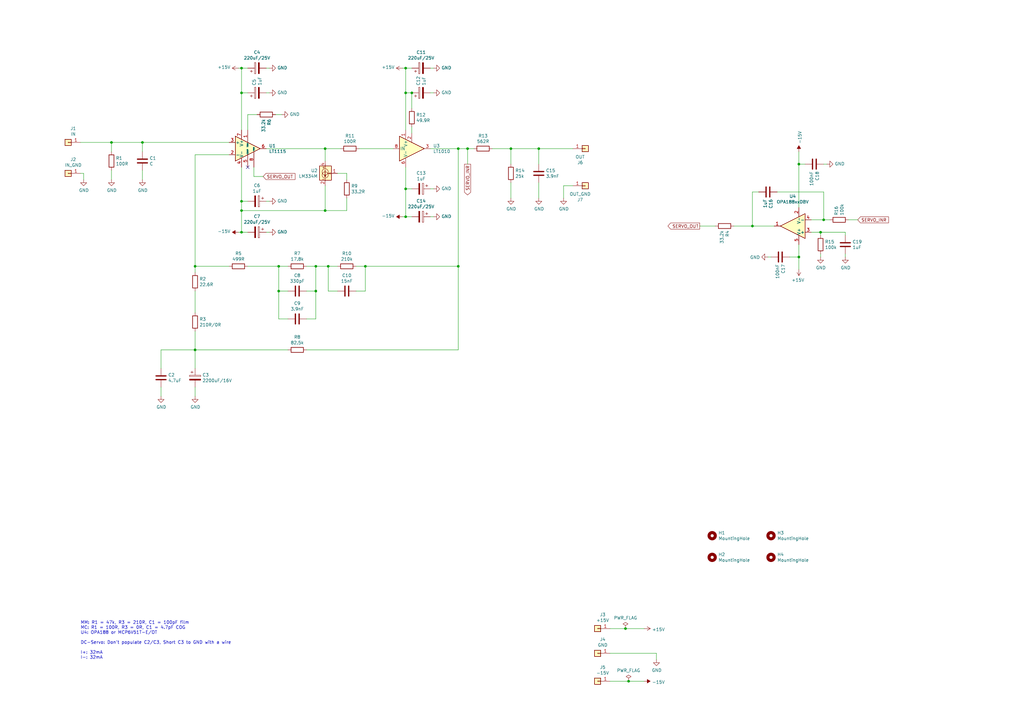
<source format=kicad_sch>
(kicad_sch (version 20211123) (generator eeschema)
  (paper "A3")
  (title_block (title "LT1115 MC/MM Phono Pre") (date "2021-03-07") (rev "V3"))
  (lib_symbols
    (symbol "Amplifier_Operational:OPA188xxDBV" (pin_names (offset 0.127))
      (property "Reference" "U" (at 0 5.08 0))
      (property "Value" "OPA188xxDBV" (at 0 -5.08 0))
      (symbol "OPA188xxDBV_0_1"
        (polyline (pts (xy -5.08 5.08) (xy 5.08 0) (xy -5.08 -5.08) (xy -5.08 5.08)) (stroke (width 0.254)) (fill (type background)))
        (pin power_in line (at -2.54 -7.62 90) (length 3.81) (name "V-") (number "2"))
        (pin power_in line (at -2.54 7.62 270) (length 3.81) (name "V+") (number "5"))
      )
      (symbol "OPA188xxDBV_1_1"
        (pin output line (at 7.62 0 180) (length 2.54) (name "~") (number "1"))
        (pin input line (at -7.62 2.54 0) (length 2.54) (name "+") (number "3"))
        (pin input line (at -7.62 -2.54 0) (length 2.54) (name "-") (number "4"))
      )
    )
    (symbol "Connector_Generic:Conn_01x01" (pin_names (offset 1.016) hide)
      (property "Reference" "J" (at 0 2.54 0))
      (property "Value" "Conn_01x01" (at 0 -2.54 0))
      (symbol "Conn_01x01_1_1"
        (rectangle (start -1.27 0.127) (end 0 -0.127) (stroke (width 0.1524)))
        (rectangle (start -1.27 1.27) (end 1.27 -1.27) (stroke (width 0.254)) (fill (type background)))
        (pin passive line (at -5.08 0 0) (length 3.81) (name "Pin_1") (number "1"))
      )
    )
    (symbol "Device:C" (pin_numbers hide) (pin_names (offset 0.254))
      (property "Reference" "C" (at 0.635 2.54 0))
      (property "Value" "C" (at 0.635 -2.54 0))
      (symbol "C_0_1"
        (polyline (pts (xy -2.032 -0.762) (xy 2.032 -0.762)) (stroke (width 0.508)))
        (polyline (pts (xy -2.032 0.762) (xy 2.032 0.762)) (stroke (width 0.508)))
      )
      (symbol "C_1_1"
        (pin passive line (at 0 3.81 270) (length 2.794) (name "~") (number "1"))
        (pin passive line (at 0 -3.81 90) (length 2.794) (name "~") (number "2"))
      )
    )
    (symbol "Device:R" (pin_numbers hide) (pin_names (offset 0))
      (property "Reference" "R" (at 2.032 0 90))
      (property "Value" "R" (at 0 0 90))
      (symbol "R_0_1"
        (rectangle (start -1.016 -2.54) (end 1.016 2.54) (stroke (width 0.254)))
      )
      (symbol "R_1_1"
        (pin passive line (at 0 3.81 270) (length 1.27) (name "~") (number "1"))
        (pin passive line (at 0 -3.81 90) (length 1.27) (name "~") (number "2"))
      )
    )
    (symbol "Mechanical:MountingHole" (pin_names (offset 1.016))
      (property "Reference" "H" (at 0 5.08 0))
      (property "Value" "MountingHole" (at 0 3.175 0))
      (symbol "MountingHole_0_1"
        (circle (center 0 0) (radius 1.27) (stroke (width 1.27)))
      )
    )
    (symbol "Reference_Current:LM334M"
      (property "Reference" "U" (at 0.635 6.35 0))
      (property "Value" "LM334M" (at 0.635 4.445 0))
      (symbol "LM334M_0_1"
        (rectangle (start -2.286 3.048) (end 2.54 -2.794) (stroke (width 0.254)) (fill (type background)))
        (circle (center 0 -0.635) (radius 1.27))
        (polyline (pts (xy -1.143 -2.413) (xy -0.381 -2.413)))
        (polyline (pts (xy -1.016 2.413) (xy -0.254 2.413)))
        (polyline (pts (xy -0.635 2.794) (xy -0.635 2.032)))
        (polyline (pts (xy 0 -1.905) (xy 0 -3.175)))
        (polyline (pts (xy 0 1.397) (xy 0 -1.397)) (stroke (width 0.254)))
        (polyline (pts (xy 0 3.81) (xy 0 1.905)))
        (polyline (pts (xy 5.08 0) (xy 1.27 0)))
        (polyline (pts (xy 0 -1.397) (xy -0.254 -0.889) (xy 0.254 -0.889) (xy 0 -1.397)) (stroke (width 0.254)))
        (polyline (pts (xy 1.27 0) (xy 2.159 0.254) (xy 2.159 -0.254) (xy 1.27 0)))
        (circle (center 0 0.635) (radius 1.27))
      )
      (symbol "LM334M_1_1"
        (pin passive line (at 5.08 0 180) (length 2.54) (name "~") (number "1"))
        (pin passive line (at 0 -5.08 90) (length 2.54) (name "~") (number "2"))
        (pin passive line (at 0 -5.08 90) (length 2.54) hide (name "~") (number "3"))
        (pin passive line (at 0 5.08 270) (length 2.54) (name "~") (number "4"))
        (pin passive line (at 0 -5.08 90) (length 2.54) hide (name "~") (number "6"))
        (pin passive line (at 0 -5.08 90) (length 2.54) hide (name "~") (number "7"))
      )
    )
    (symbol "kicad-snk:LT1010" (pin_names (offset 0.254))
      (property "Reference" "U" (at 5.08 6.35 0))
      (property "Value" "LT1010" (at 6.35 -6.35 0))
      (symbol "LT1010_0_1"
        (polyline (pts (xy 5.08 0) (xy -5.08 5.08) (xy -5.08 -5.08) (xy 5.08 0)) (stroke (width 0.254)) (fill (type background)))
      )
      (symbol "LT1010_1_1"
        (pin power_in line (at -2.54 7.62 270) (length 3.81) (name "V+") (number "1"))
        (pin power_in line (at 0 6.35 270) (length 3.81) (name "~") (number "2"))
        (pin output line (at 7.62 0 180) (length 2.54) (name "~") (number "3"))
        (pin power_in line (at -2.54 -7.62 90) (length 3.81) (name "V-") (number "6"))
        (pin input line (at -7.62 0 0) (length 2.54) (name "IN") (number "8"))
      )
    )
    (symbol "kicad-snk:LT1115" (pin_names (offset 0.127))
      (property "Reference" "U" (at 5.08 7.62 0))
      (property "Value" "LT1115" (at 5.08 5.08 0))
      (symbol "LT1115_0_1"
        (polyline (pts (xy -5.08 5.08) (xy -5.08 -5.08) (xy 5.08 0) (xy -5.08 5.08)) (stroke (width 0.254)) (fill (type background)))
      )
      (symbol "LT1115_1_1"
        (pin input line (at 0 7.62 270) (length 5.08) (name "TRIM") (number "1"))
        (pin input line (at -7.62 -2.54 0) (length 2.54) (name "-") (number "2"))
        (pin input line (at -7.62 2.54 0) (length 2.54) (name "+") (number "3"))
        (pin power_in line (at -2.54 -7.62 90) (length 3.81) (name "V-") (number "4"))
        (pin input line (at 0 -7.62 90) (length 5.08) (name "COMP") (number "5"))
        (pin output line (at 7.62 0 180) (length 2.54) (name "~") (number "6"))
        (pin power_in line (at -2.54 7.62 270) (length 3.81) (name "V+") (number "7"))
        (pin output line (at 2.54 -7.62 90) (length 6.35) (name "TRIM") (number "8"))
      )
    )
    (symbol "lt1115-phono-mm-mc-rescue:CP-Device" (pin_numbers hide) (pin_names (offset 0.254))
      (property "Reference" "C" (at 0.635 2.54 0))
      (property "Value" "CP-Device" (at 0.635 -2.54 0))
      (symbol "CP-Device_0_1"
        (rectangle (start -2.286 0.508) (end 2.286 1.016))
        (polyline (pts (xy -1.778 2.286) (xy -0.762 2.286)))
        (polyline (pts (xy -1.27 2.794) (xy -1.27 1.778)))
        (rectangle (start 2.286 -0.508) (end -2.286 -1.016) (fill (type outline)))
      )
      (symbol "CP-Device_1_1"
        (pin passive line (at 0 3.81 270) (length 2.794) (name "~") (number "1"))
        (pin passive line (at 0 -3.81 90) (length 2.794) (name "~") (number "2"))
      )
    )
    (symbol "power:+15V" (power) (pin_names (offset 0))
      (property "Value" "+15V" (at 0 3.556 0))
      (symbol "+15V_0_1"
        (polyline (pts (xy -0.762 1.27) (xy 0 2.54)))
        (polyline (pts (xy 0 0) (xy 0 2.54)))
        (polyline (pts (xy 0 2.54) (xy 0.762 1.27)))
      )
      (symbol "+15V_1_1"
        (pin power_in line (at 0 0 90) (length 0) hide (name "+15V") (number "1"))
      )
    )
    (symbol "power:-15V" (power) (pin_names (offset 0))
      (property "Value" "-15V" (at 0 3.81 0))
      (symbol "-15V_0_0"
        (pin power_in line (at 0 0 90) (length 0) hide (name "-15V") (number "1"))
      )
      (symbol "-15V_0_1"
        (polyline (pts (xy 0 0) (xy 0 1.27) (xy 0.762 1.27) (xy 0 2.54) (xy -0.762 1.27) (xy 0 1.27)) (fill (type outline)))
      )
    )
    (symbol "power:GND" (power) (pin_names (offset 0))
      (property "Value" "GND" (at 0 -3.81 0))
      (symbol "GND_0_1"
        (polyline (pts (xy 0 0) (xy 0 -1.27) (xy 1.27 -1.27) (xy 0 -2.54) (xy -1.27 -1.27) (xy 0 -1.27)))
      )
      (symbol "GND_1_1"
        (pin power_in line (at 0 0 270) (length 0) hide (name "GND") (number "1"))
      )
    )
    (symbol "power:PWR_FLAG" (power) (pin_numbers hide) (pin_names (offset 0) hide)
      (property "Value" "PWR_FLAG" (at 0 3.81 0))
      (symbol "PWR_FLAG_0_0"
        (pin power_out line (at 0 0 90) (length 0) (name "pwr") (number "1"))
      )
      (symbol "PWR_FLAG_0_1"
        (polyline (pts (xy 0 0) (xy 0 1.27) (xy -1.016 1.905) (xy 0 2.54) (xy 1.016 1.905) (xy 0 1.27)))
      )
    )
  )
  (junction (at 114.3 109.22))
  (junction (at 257.81 279.4))
  (junction (at 99.06 82.55))
  (junction (at 80.01 143.51))
  (junction (at 99.06 38.1))
  (junction (at 308.61 92.71))
  (junction (at 129.54 109.22))
  (junction (at 191.77 60.96))
  (junction (at 149.86 109.22))
  (junction (at 114.3 119.38))
  (junction (at 133.35 60.96))
  (junction (at 99.06 86.36))
  (junction (at 80.01 109.22))
  (junction (at 133.35 86.36))
  (junction (at 166.37 27.94))
  (junction (at 166.37 88.9))
  (junction (at 166.37 38.1))
  (junction (at 187.96 109.22))
  (junction (at 134.62 109.22))
  (junction (at 256.54 257.81))
  (junction (at 337.82 90.17))
  (junction (at 168.91 38.1))
  (junction (at 336.55 95.25))
  (junction (at 99.06 27.94))
  (junction (at 45.72 58.42))
  (junction (at 187.96 60.96))
  (junction (at 99.06 95.25))
  (junction (at 327.66 67.31))
  (junction (at 129.54 119.38))
  (junction (at 166.37 77.47))
  (junction (at 58.42 58.42))
  (junction (at 209.55 60.96))
  (junction (at 220.98 60.96))
  (junction (at 327.66 105.41))
  (no_connect (at 101.6 68.58))
  (wire (pts (xy 336.55 95.25) (xy 346.71 95.25)))
  (wire (pts (xy 168.91 27.94) (xy 166.37 27.94)))
  (wire (pts (xy 142.24 71.12) (xy 138.43 71.12)))
  (wire (pts (xy 332.74 95.25) (xy 336.55 95.25)))
  (wire (pts (xy 97.79 95.25) (xy 99.06 95.25)))
  (wire (pts (xy 99.06 86.36) (xy 99.06 95.25)))
  (wire (pts (xy 269.24 267.97) (xy 250.19 267.97)))
  (wire (pts (xy 58.42 58.42) (xy 58.42 62.23)))
  (wire (pts (xy 142.24 81.28) (xy 142.24 86.36)))
  (wire (pts (xy 118.11 119.38) (xy 114.3 119.38)))
  (wire (pts (xy 101.6 82.55) (xy 99.06 82.55)))
  (wire (pts (xy 177.8 38.1) (xy 176.53 38.1)))
  (wire (pts (xy 347.98 90.17) (xy 351.79 90.17)))
  (wire (pts (xy 147.32 60.96) (xy 161.29 60.96)))
  (wire (pts (xy 101.6 46.99) (xy 101.6 53.34)))
  (wire (pts (xy 209.55 67.31) (xy 209.55 60.96)))
  (wire (pts (xy 129.54 119.38) (xy 129.54 109.22)))
  (wire (pts (xy 149.86 119.38) (xy 149.86 109.22)))
  (wire (pts (xy 187.96 143.51) (xy 187.96 109.22)))
  (wire (pts (xy 125.73 143.51) (xy 187.96 143.51)))
  (wire (pts (xy 33.02 58.42) (xy 45.72 58.42)))
  (wire (pts (xy 80.01 143.51) (xy 66.04 143.51)))
  (wire (pts (xy 146.05 109.22) (xy 149.86 109.22)))
  (wire (pts (xy 113.03 46.99) (xy 115.57 46.99)))
  (wire (pts (xy 93.98 58.42) (xy 58.42 58.42)))
  (wire (pts (xy 177.8 77.47) (xy 176.53 77.47)))
  (wire (pts (xy 133.35 60.96) (xy 139.7 60.96)))
  (wire (pts (xy 80.01 119.38) (xy 80.01 128.27)))
  (wire (pts (xy 58.42 73.66) (xy 58.42 69.85)))
  (wire (pts (xy 66.04 158.75) (xy 66.04 162.56)))
  (wire (pts (xy 176.53 60.96) (xy 187.96 60.96)))
  (wire (pts (xy 142.24 73.66) (xy 142.24 71.12)))
  (wire (pts (xy 125.73 130.81) (xy 129.54 130.81)))
  (wire (pts (xy 138.43 119.38) (xy 134.62 119.38)))
  (wire (pts (xy 168.91 77.47) (xy 166.37 77.47)))
  (wire (pts (xy 166.37 68.58) (xy 166.37 77.47)))
  (wire (pts (xy 318.77 78.74) (xy 337.82 78.74)))
  (wire (pts (xy 58.42 58.42) (xy 45.72 58.42)))
  (wire (pts (xy 336.55 105.41) (xy 336.55 104.14)))
  (wire (pts (xy 346.71 95.25) (xy 346.71 96.52)))
  (wire (pts (xy 191.77 67.31) (xy 191.77 60.96)))
  (wire (pts (xy 99.06 38.1) (xy 99.06 53.34)))
  (wire (pts (xy 149.86 109.22) (xy 187.96 109.22)))
  (wire (pts (xy 220.98 81.28) (xy 220.98 74.93)))
  (wire (pts (xy 337.82 67.31) (xy 339.09 67.31)))
  (wire (pts (xy 134.62 119.38) (xy 134.62 109.22)))
  (wire (pts (xy 166.37 27.94) (xy 166.37 38.1)))
  (wire (pts (xy 104.14 72.39) (xy 104.14 68.58)))
  (wire (pts (xy 234.95 76.2) (xy 231.14 76.2)))
  (wire (pts (xy 110.49 82.55) (xy 109.22 82.55)))
  (wire (pts (xy 168.91 54.61) (xy 168.91 52.07)))
  (wire (pts (xy 99.06 95.25) (xy 101.6 95.25)))
  (wire (pts (xy 336.55 95.25) (xy 336.55 96.52)))
  (wire (pts (xy 34.29 71.12) (xy 34.29 73.66)))
  (wire (pts (xy 187.96 60.96) (xy 191.77 60.96)))
  (wire (pts (xy 101.6 109.22) (xy 114.3 109.22)))
  (wire (pts (xy 231.14 76.2) (xy 231.14 81.28)))
  (wire (pts (xy 264.16 257.81) (xy 256.54 257.81)))
  (wire (pts (xy 80.01 143.51) (xy 80.01 151.13)))
  (wire (pts (xy 99.06 82.55) (xy 99.06 86.36)))
  (wire (pts (xy 101.6 38.1) (xy 99.06 38.1)))
  (wire (pts (xy 327.66 67.31) (xy 327.66 85.09)))
  (wire (pts (xy 45.72 58.42) (xy 45.72 62.23)))
  (wire (pts (xy 323.85 105.41) (xy 327.66 105.41)))
  (wire (pts (xy 66.04 143.51) (xy 66.04 151.13)))
  (wire (pts (xy 340.36 90.17) (xy 337.82 90.17)))
  (wire (pts (xy 314.96 105.41) (xy 316.23 105.41)))
  (wire (pts (xy 129.54 109.22) (xy 134.62 109.22)))
  (wire (pts (xy 97.79 27.94) (xy 99.06 27.94)))
  (wire (pts (xy 257.81 279.4) (xy 250.19 279.4)))
  (wire (pts (xy 166.37 77.47) (xy 166.37 88.9)))
  (wire (pts (xy 337.82 90.17) (xy 332.74 90.17)))
  (wire (pts (xy 168.91 88.9) (xy 166.37 88.9)))
  (wire (pts (xy 209.55 81.28) (xy 209.55 74.93)))
  (wire (pts (xy 308.61 92.71) (xy 317.5 92.71)))
  (wire (pts (xy 114.3 109.22) (xy 118.11 109.22)))
  (wire (pts (xy 99.06 68.58) (xy 99.06 82.55)))
  (wire (pts (xy 110.49 95.25) (xy 109.22 95.25)))
  (wire (pts (xy 256.54 257.81) (xy 250.19 257.81)))
  (wire (pts (xy 99.06 27.94) (xy 99.06 38.1)))
  (wire (pts (xy 293.37 92.71) (xy 287.02 92.71)))
  (wire (pts (xy 346.71 105.41) (xy 346.71 104.14)))
  (wire (pts (xy 125.73 109.22) (xy 129.54 109.22)))
  (wire (pts (xy 134.62 109.22) (xy 138.43 109.22)))
  (wire (pts (xy 311.15 78.74) (xy 308.61 78.74)))
  (wire (pts (xy 114.3 119.38) (xy 114.3 109.22)))
  (wire (pts (xy 220.98 67.31) (xy 220.98 60.96)))
  (wire (pts (xy 168.91 38.1) (xy 166.37 38.1)))
  (wire (pts (xy 105.41 46.99) (xy 101.6 46.99)))
  (wire (pts (xy 99.06 27.94) (xy 101.6 27.94)))
  (wire (pts (xy 220.98 60.96) (xy 209.55 60.96)))
  (wire (pts (xy 166.37 38.1) (xy 166.37 53.34)))
  (wire (pts (xy 80.01 63.5) (xy 80.01 109.22)))
  (wire (pts (xy 129.54 130.81) (xy 129.54 119.38)))
  (wire (pts (xy 118.11 143.51) (xy 80.01 143.51)))
  (wire (pts (xy 187.96 60.96) (xy 187.96 109.22)))
  (wire (pts (xy 146.05 119.38) (xy 149.86 119.38)))
  (wire (pts (xy 107.95 72.39) (xy 104.14 72.39)))
  (wire (pts (xy 80.01 158.75) (xy 80.01 162.56)))
  (wire (pts (xy 110.49 38.1) (xy 109.22 38.1)))
  (wire (pts (xy 110.49 27.94) (xy 109.22 27.94)))
  (wire (pts (xy 327.66 105.41) (xy 327.66 100.33)))
  (wire (pts (xy 209.55 60.96) (xy 201.93 60.96)))
  (wire (pts (xy 330.2 67.31) (xy 327.66 67.31)))
  (wire (pts (xy 45.72 73.66) (xy 45.72 69.85)))
  (wire (pts (xy 165.1 27.94) (xy 166.37 27.94)))
  (wire (pts (xy 264.16 279.4) (xy 257.81 279.4)))
  (wire (pts (xy 165.1 88.9) (xy 166.37 88.9)))
  (wire (pts (xy 177.8 88.9) (xy 176.53 88.9)))
  (wire (pts (xy 327.66 110.49) (xy 327.66 105.41)))
  (wire (pts (xy 300.99 92.71) (xy 308.61 92.71)))
  (wire (pts (xy 93.98 63.5) (xy 80.01 63.5)))
  (wire (pts (xy 133.35 86.36) (xy 142.24 86.36)))
  (wire (pts (xy 177.8 27.94) (xy 176.53 27.94)))
  (wire (pts (xy 118.11 130.81) (xy 114.3 130.81)))
  (wire (pts (xy 191.77 60.96) (xy 194.31 60.96)))
  (wire (pts (xy 93.98 109.22) (xy 80.01 109.22)))
  (wire (pts (xy 133.35 66.04) (xy 133.35 60.96)))
  (wire (pts (xy 269.24 270.51) (xy 269.24 267.97)))
  (wire (pts (xy 337.82 78.74) (xy 337.82 90.17)))
  (wire (pts (xy 99.06 86.36) (xy 133.35 86.36)))
  (wire (pts (xy 80.01 135.89) (xy 80.01 143.51)))
  (wire (pts (xy 114.3 130.81) (xy 114.3 119.38)))
  (wire (pts (xy 109.22 60.96) (xy 133.35 60.96)))
  (wire (pts (xy 80.01 109.22) (xy 80.01 111.76)))
  (wire (pts (xy 133.35 76.2) (xy 133.35 86.36)))
  (wire (pts (xy 125.73 119.38) (xy 129.54 119.38)))
  (wire (pts (xy 234.95 60.96) (xy 220.98 60.96)))
  (wire (pts (xy 327.66 67.31) (xy 327.66 62.23)))
  (wire (pts (xy 168.91 44.45) (xy 168.91 38.1)))
  (wire (pts (xy 33.02 71.12) (xy 34.29 71.12)))
  (wire (pts (xy 308.61 78.74) (xy 308.61 92.71)))
  (text "MM: R1 = 47k, R3 = 210R, C1 = 100pF film\nMC: R1 = 100R, R3 = 0R, C1 = 4.7pF COG\nU4: OPA188 or MCP6V51T-E/OT\n\nDC-Servo: Don’t populate C2/C3, Short C3 to GND with a wire\n\nI+: 32mA\nI-: 32mA" (at 33.02 270.51 0) (effects (font (size 1.27 1.27)) (justify left bottom)))
  (global_label "SERVO_OUT" (shape input) (at 107.95 72.39 0) (property "Intersheet References" "${INTERSHEET_REFS}" (effects hide)))
  (global_label "SERVO_OUT" (shape output) (at 287.02 92.71 180) (property "Intersheet References" "${INTERSHEET_REFS}" (effects hide)))
  (global_label "SERVO_INR" (shape output) (at 191.77 67.31 270) (property "Intersheet References" "${INTERSHEET_REFS}" (effects hide)))
  (global_label "SERVO_INR" (shape input) (at 351.79 90.17 0) (property "Intersheet References" "${INTERSHEET_REFS}" (effects hide)))
  (symbol (lib_id "Device:R") (at 297.18 92.71 270) (unit 1)
    (property "Reference" "R4" (at 298.3484 94.488 0) (effects (justify left)))
    (property "Value" "33.2k" (at 296.037 94.488 0) (effects (justify left)))
    (property "Footprint" "Resistor_SMD:R_0805_2012Metric_Pad1.20x1.40mm_HandSolder" (effects hide))
  )
  (symbol (lib_id "kicad-snk:LT1010") (at 168.91 60.96 0) (unit 1)
    (property "Reference" "U3" (at 177.6476 59.7916 0) (effects (justify left)))
    (property "Value" "LT1010" (at 177.6476 62.103 0) (effects (justify left)))
    (property "Footprint" "Package_DIP:DIP-8_W7.62mm" (effects hide))
    (property "Datasheet" "http://www.analog.com/media/en/technical-documentation/data-sheets/1010fe.pdf" (effects hide))
    (property "MFN" "Analog Devices" (effects hide))
    (property "MFP" "LT1010" (effects hide))
  )
  (symbol (lib_id "kicad-snk:LT1115") (at 101.6 60.96 0) (unit 1)
    (property "Reference" "U1" (at 110.3376 59.7916 0) (effects (justify left)))
    (property "Value" "LT1115" (at 110.3376 62.103 0) (effects (justify left)))
    (property "Footprint" "Package_DIP:DIP-8_W7.62mm" (effects hide))
    (property "Datasheet" "https://www.analog.com/media/en/technical-documentation/data-sheets/lt1152.pdf" (effects hide))
  )
  (symbol (lib_id "Reference_Current:LM334M") (at 133.35 71.12 0) (unit 1)
    (property "Reference" "U2" (at 130.302 69.9516 0) (effects (justify right)))
    (property "Value" "LM334M" (at 130.302 72.263 0) (effects (justify right)))
    (property "Footprint" "Package_SO:SOIC-8_3.9x4.9mm_P1.27mm" (effects hide))
    (property "Datasheet" "http://www.ti.com/lit/ds/symlink/lm134.pdf" (effects hide))
  )
  (symbol (lib_id "Device:R") (at 142.24 77.47 0) (unit 1)
    (property "Reference" "R9" (at 144.018 76.3016 0) (effects (justify left)))
    (property "Value" "33.2R" (at 144.018 78.613 0) (effects (justify left)))
    (property "Footprint" "Resistor_SMD:R_0805_2012Metric_Pad1.20x1.40mm_HandSolder" (effects hide))
  )
  (symbol (lib_id "Device:R") (at 45.72 66.04 0) (unit 1)
    (property "Reference" "R1" (at 47.498 64.8716 0) (effects (justify left)))
    (property "Value" "100R" (at 47.498 67.183 0) (effects (justify left)))
    (property "Footprint" "Resistor_SMD:R_0805_2012Metric_Pad1.20x1.40mm_HandSolder" (effects hide))
  )
  (symbol (lib_id "Device:C") (at 58.42 66.04 0) (unit 1)
    (property "Reference" "C1" (at 61.341 64.8716 0) (effects (justify left)))
    (property "Value" "C" (at 61.341 67.183 0) (effects (justify left)))
    (property "Footprint" "Capacitor_SMD:C_0805_2012Metric_Pad1.18x1.45mm_HandSolder" (effects hide))
  )
  (symbol (lib_id "Device:R") (at 143.51 60.96 270) (unit 1)
    (property "Reference" "R11" (at 143.51 55.7022 90))
    (property "Value" "100R" (at 143.51 58.0136 90))
    (property "Footprint" "Resistor_SMD:R_0805_2012Metric_Pad1.20x1.40mm_HandSolder" (effects hide))
  )
  (symbol (lib_id "Device:R") (at 198.12 60.96 270) (unit 1)
    (property "Reference" "R13" (at 198.12 55.7022 90))
    (property "Value" "562R" (at 198.12 58.0136 90))
    (property "Footprint" "Resistor_SMD:R_0805_2012Metric_Pad1.20x1.40mm_HandSolder" (effects hide))
  )
  (symbol (lib_id "Device:R") (at 209.55 71.12 0) (unit 1)
    (property "Reference" "R14" (at 211.328 69.9516 0) (effects (justify left)))
    (property "Value" "25k" (at 211.328 72.263 0) (effects (justify left)))
    (property "Footprint" "Resistor_SMD:R_0805_2012Metric_Pad1.20x1.40mm_HandSolder" (effects hide))
  )
  (symbol (lib_id "Device:C") (at 220.98 71.12 0) (unit 1)
    (property "Reference" "C15" (at 223.901 69.9516 0) (effects (justify left)))
    (property "Value" "3.9nF" (at 223.901 72.263 0) (effects (justify left)))
    (property "Footprint" "Capacitor_SMD:C_1206_3216Metric_Pad1.33x1.80mm_HandSolder" (effects hide))
  )
  (symbol (lib_id "Device:C") (at 142.24 119.38 270) (unit 1)
    (property "Reference" "C10" (at 142.24 112.9792 90))
    (property "Value" "15nF" (at 142.24 115.2906 90))
    (property "Footprint" "Capacitor_SMD:C_1210_3225Metric_Pad1.33x2.70mm_HandSolder" (effects hide))
  )
  (symbol (lib_id "Device:C") (at 121.92 119.38 270) (unit 1)
    (property "Reference" "C8" (at 121.92 112.9792 90))
    (property "Value" "330pF" (at 121.92 115.2906 90))
    (property "Footprint" "Capacitor_SMD:C_0805_2012Metric_Pad1.18x1.45mm_HandSolder" (effects hide))
  )
  (symbol (lib_id "lt1115-phono-mm-mc-rescue:CP-Device") (at 105.41 38.1 90) (unit 1)
    (property "Reference" "C5" (at 104.2416 35.1028 0) (effects (justify left)))
    (property "Value" "1uF" (at 106.553 35.1028 0) (effects (justify left)))
    (property "Footprint" "Capacitor_SMD:C_1210_3225Metric_Pad1.33x2.70mm_HandSolder" (effects hide))
  )
  (symbol (lib_id "Device:R") (at 80.01 115.57 0) (unit 1)
    (property "Reference" "R2" (at 81.788 114.4016 0) (effects (justify left)))
    (property "Value" "22.6R" (at 81.788 116.713 0) (effects (justify left)))
    (property "Footprint" "Resistor_SMD:R_0805_2012Metric_Pad1.20x1.40mm_HandSolder" (effects hide))
  )
  (symbol (lib_id "Device:R") (at 80.01 132.08 0) (unit 1)
    (property "Reference" "R3" (at 81.788 130.9116 0) (effects (justify left)))
    (property "Value" "210R/0R" (at 81.788 133.223 0) (effects (justify left)))
    (property "Footprint" "Resistor_SMD:R_0805_2012Metric_Pad1.20x1.40mm_HandSolder" (effects hide))
  )
  (symbol (lib_id "Device:R") (at 97.79 109.22 270) (unit 1)
    (property "Reference" "R5" (at 97.79 103.9622 90))
    (property "Value" "499R" (at 97.79 106.2736 90))
    (property "Footprint" "Resistor_SMD:R_0805_2012Metric_Pad1.20x1.40mm_HandSolder" (effects hide))
  )
  (symbol (lib_id "lt1115-phono-mm-mc-rescue:CP-Device") (at 105.41 82.55 270) (unit 1)
    (property "Reference" "C6" (at 105.41 76.073 90))
    (property "Value" "1uF" (at 105.41 78.3844 90))
    (property "Footprint" "Capacitor_SMD:C_1210_3225Metric_Pad1.33x2.70mm_HandSolder" (effects hide))
  )
  (symbol (lib_id "power:-15V") (at 97.79 95.25 90) (unit 1)
    (property "Reference" "#PWR07" (effects hide))
    (property "Value" "-15V" (at 94.5388 94.869 90) (effects (justify left)))
  )
  (symbol (lib_id "power:GND") (at 110.49 82.55 90) (unit 1)
    (property "Reference" "#PWR010" (effects hide))
    (property "Value" "GND" (at 113.7412 82.423 90) (effects (justify right)))
  )
  (symbol (lib_id "Device:R") (at 121.92 109.22 270) (unit 1)
    (property "Reference" "R7" (at 121.92 103.9622 90))
    (property "Value" "17.8k" (at 121.92 106.2736 90))
    (property "Footprint" "Resistor_SMD:R_0805_2012Metric_Pad1.20x1.40mm_HandSolder" (effects hide))
  )
  (symbol (lib_id "Device:R") (at 142.24 109.22 270) (unit 1)
    (property "Reference" "R10" (at 142.24 103.9622 90))
    (property "Value" "210k" (at 142.24 106.2736 90))
    (property "Footprint" "Resistor_SMD:R_0805_2012Metric_Pad1.20x1.40mm_HandSolder" (effects hide))
  )
  (symbol (lib_id "Device:C") (at 121.92 130.81 270) (unit 1)
    (property "Reference" "C9" (at 121.92 124.4092 90))
    (property "Value" "3.9nF" (at 121.92 126.7206 90))
    (property "Footprint" "Capacitor_SMD:C_1206_3216Metric_Pad1.33x1.80mm_HandSolder" (effects hide))
  )
  (symbol (lib_id "Device:R") (at 121.92 143.51 270) (unit 1)
    (property "Reference" "R8" (at 121.92 138.2522 90))
    (property "Value" "82.5k" (at 121.92 140.5636 90))
    (property "Footprint" "Resistor_SMD:R_0805_2012Metric_Pad1.20x1.40mm_HandSolder" (effects hide))
  )
  (symbol (lib_id "lt1115-phono-mm-mc-rescue:CP-Device") (at 80.01 154.94 0) (unit 1)
    (property "Reference" "C3" (at 83.0072 153.7716 0) (effects (justify left)))
    (property "Value" "2200uF/16V" (at 83.0072 156.083 0) (effects (justify left)))
    (property "Footprint" "Capacitor_THT:CP_Radial_D10.0mm_P5.00mm" (effects hide))
  )
  (symbol (lib_id "Device:C") (at 66.04 154.94 180) (unit 1)
    (property "Reference" "C2" (at 68.961 153.7716 0) (effects (justify right)))
    (property "Value" "4.7uF" (at 68.961 156.083 0) (effects (justify right)))
    (property "Footprint" "Capacitor_THT:C_Rect_L7.2mm_W7.2mm_P5.00mm_FKS2_FKP2_MKS2_MKP2" (effects hide))
  )
  (symbol (lib_id "Connector_Generic:Conn_01x01") (at 27.94 58.42 180) (unit 1)
    (property "Reference" "J1" (at 30.0228 52.705 0))
    (property "Value" "IN" (at 30.0228 55.0164 0))
    (property "Footprint" "Connector_Pin:Pin_D1.0mm_L10.0mm" (effects hide))
  )
  (symbol (lib_id "Connector_Generic:Conn_01x01") (at 27.94 71.12 180) (unit 1)
    (property "Reference" "J2" (at 30.0228 65.405 0))
    (property "Value" "IN_GND" (at 30.0228 67.7164 0))
    (property "Footprint" "Connector_Pin:Pin_D1.0mm_L10.0mm" (effects hide))
  )
  (symbol (lib_id "Connector_Generic:Conn_01x01") (at 245.11 257.81 180) (unit 1)
    (property "Reference" "J3" (at 247.1928 252.095 0))
    (property "Value" "+15V" (at 247.1928 254.4064 0))
    (property "Footprint" "Connector_Pin:Pin_D1.0mm_L10.0mm" (effects hide))
  )
  (symbol (lib_id "power:GND") (at 80.01 162.56 0) (unit 1)
    (property "Reference" "#PWR05" (effects hide))
    (property "Value" "GND" (at 80.137 166.9542 0))
  )
  (symbol (lib_id "power:GND") (at 66.04 162.56 0) (unit 1)
    (property "Reference" "#PWR04" (effects hide))
    (property "Value" "GND" (at 66.167 166.9542 0))
  )
  (symbol (lib_id "lt1115-phono-mm-mc-rescue:CP-Device") (at 172.72 77.47 270) (unit 1)
    (property "Reference" "C13" (at 172.72 70.993 90))
    (property "Value" "1uF" (at 172.72 73.3044 90))
    (property "Footprint" "Capacitor_SMD:C_1210_3225Metric_Pad1.33x2.70mm_HandSolder" (effects hide))
  )
  (symbol (lib_id "power:GND") (at 177.8 77.47 90) (unit 1)
    (property "Reference" "#PWR017" (effects hide))
    (property "Value" "GND" (at 181.0512 77.343 90) (effects (justify right)))
  )
  (symbol (lib_id "power:-15V") (at 165.1 88.9 90) (unit 1)
    (property "Reference" "#PWR014" (effects hide))
    (property "Value" "-15V" (at 161.8488 88.519 90) (effects (justify left)))
  )
  (symbol (lib_id "Device:R") (at 168.91 48.26 0) (unit 1)
    (property "Reference" "R12" (at 170.688 47.0916 0) (effects (justify left)))
    (property "Value" "49.9R" (at 170.688 49.403 0) (effects (justify left)))
    (property "Footprint" "Resistor_SMD:R_0805_2012Metric_Pad1.20x1.40mm_HandSolder" (effects hide))
  )
  (symbol (lib_id "power:+15V") (at 165.1 27.94 90) (unit 1)
    (property "Reference" "#PWR013" (effects hide))
    (property "Value" "+15V" (at 161.8488 27.559 90) (effects (justify left)))
  )
  (symbol (lib_id "lt1115-phono-mm-mc-rescue:CP-Device") (at 172.72 38.1 90) (unit 1)
    (property "Reference" "C12" (at 171.5516 35.1028 0) (effects (justify left)))
    (property "Value" "1uF" (at 173.863 35.1028 0) (effects (justify left)))
    (property "Footprint" "Capacitor_SMD:C_1210_3225Metric_Pad1.33x2.70mm_HandSolder" (effects hide))
  )
  (symbol (lib_id "power:GND") (at 177.8 38.1 90) (unit 1)
    (property "Reference" "#PWR016" (effects hide))
    (property "Value" "GND" (at 181.0512 37.973 90) (effects (justify right)))
  )
  (symbol (lib_id "power:+15V") (at 97.79 27.94 90) (unit 1)
    (property "Reference" "#PWR06" (effects hide))
    (property "Value" "+15V" (at 94.5388 27.559 90) (effects (justify left)))
  )
  (symbol (lib_id "power:GND") (at 110.49 38.1 90) (unit 1)
    (property "Reference" "#PWR09" (effects hide))
    (property "Value" "GND" (at 113.7412 37.973 90) (effects (justify right)))
  )
  (symbol (lib_id "power:GND") (at 58.42 73.66 0) (unit 1)
    (property "Reference" "#PWR03" (effects hide))
    (property "Value" "GND" (at 58.547 78.0542 0))
  )
  (symbol (lib_id "power:GND") (at 45.72 73.66 0) (unit 1)
    (property "Reference" "#PWR02" (effects hide))
    (property "Value" "GND" (at 45.847 78.0542 0))
  )
  (symbol (lib_id "power:GND") (at 34.29 73.66 0) (unit 1)
    (property "Reference" "#PWR01" (effects hide))
    (property "Value" "GND" (at 34.417 78.0542 0))
  )
  (symbol (lib_id "lt1115-phono-mm-mc-rescue:CP-Device") (at 172.72 27.94 90) (unit 1)
    (property "Reference" "C11" (at 172.72 21.463 90))
    (property "Value" "220uF/25V" (at 172.72 23.7744 90))
    (property "Footprint" "Capacitor_THT:CP_Radial_D8.0mm_P3.50mm" (effects hide))
  )
  (symbol (lib_id "lt1115-phono-mm-mc-rescue:CP-Device") (at 105.41 27.94 90) (unit 1)
    (property "Reference" "C4" (at 105.41 21.463 90))
    (property "Value" "220uF/25V" (at 105.41 23.7744 90))
    (property "Footprint" "Capacitor_THT:CP_Radial_D8.0mm_P3.50mm" (effects hide))
  )
  (symbol (lib_id "lt1115-phono-mm-mc-rescue:CP-Device") (at 105.41 95.25 270) (unit 1)
    (property "Reference" "C7" (at 105.41 88.773 90))
    (property "Value" "220uF/25V" (at 105.41 91.0844 90))
    (property "Footprint" "Capacitor_THT:CP_Radial_D8.0mm_P3.50mm" (effects hide))
  )
  (symbol (lib_id "power:GND") (at 110.49 95.25 90) (unit 1)
    (property "Reference" "#PWR011" (effects hide))
    (property "Value" "GND" (at 113.7412 95.123 90) (effects (justify right)))
  )
  (symbol (lib_id "power:GND") (at 110.49 27.94 90) (unit 1)
    (property "Reference" "#PWR08" (effects hide))
    (property "Value" "GND" (at 113.7412 27.813 90) (effects (justify right)))
  )
  (symbol (lib_id "Amplifier_Operational:OPA188xxDBV") (at 325.12 92.71 180) (unit 1)
    (property "Reference" "U4" (at 325.12 80.4926 0))
    (property "Value" "OPA188xxDBV" (at 325.12 82.804 0))
    (property "Footprint" "Package_TO_SOT_SMD:TSOT-23-5" (effects hide))
    (property "Datasheet" "http://www.ti.com/lit/ds/symlink/opa188.pdf" (effects hide))
  )
  (symbol (lib_id "Device:R") (at 109.22 46.99 270) (unit 1)
    (property "Reference" "R6" (at 110.3884 48.768 0) (effects (justify left)))
    (property "Value" "33.2k" (at 108.077 48.768 0) (effects (justify left)))
    (property "Footprint" "Resistor_SMD:R_0805_2012Metric_Pad1.20x1.40mm_HandSolder" (effects hide))
  )
  (symbol (lib_id "power:GND") (at 115.57 46.99 90) (unit 1)
    (property "Reference" "#PWR012" (effects hide))
    (property "Value" "GND" (at 118.8212 46.863 90) (effects (justify right)))
  )
  (symbol (lib_id "Device:R") (at 336.55 100.33 0) (unit 1)
    (property "Reference" "R15" (at 338.328 99.1616 0) (effects (justify left)))
    (property "Value" "100k" (at 338.328 101.473 0) (effects (justify left)))
    (property "Footprint" "Resistor_SMD:R_0805_2012Metric_Pad1.20x1.40mm_HandSolder" (effects hide))
  )
  (symbol (lib_id "Device:C") (at 346.71 100.33 180) (unit 1)
    (property "Reference" "C19" (at 349.631 99.1616 0) (effects (justify right)))
    (property "Value" "1uF" (at 349.631 101.473 0) (effects (justify right)))
    (property "Footprint" "Capacitor_THT:C_Rect_L7.2mm_W3.5mm_P5.00mm_FKS2_FKP2_MKS2_MKP2" (effects hide))
  )
  (symbol (lib_id "power:GND") (at 336.55 105.41 0) (unit 1)
    (property "Reference" "#PWR027" (effects hide))
    (property "Value" "GND" (at 336.677 109.8042 0))
  )
  (symbol (lib_id "power:GND") (at 346.71 105.41 0) (unit 1)
    (property "Reference" "#PWR029" (effects hide))
    (property "Value" "GND" (at 346.837 109.8042 0))
  )
  (symbol (lib_id "Device:C") (at 314.96 78.74 90) (unit 1)
    (property "Reference" "C16" (at 316.1284 81.661 0) (effects (justify right)))
    (property "Value" "1uF" (at 313.817 81.661 0) (effects (justify right)))
    (property "Footprint" "Capacitor_THT:C_Rect_L7.2mm_W3.5mm_P5.00mm_FKS2_FKP2_MKS2_MKP2" (effects hide))
  )
  (symbol (lib_id "Device:C") (at 320.04 105.41 270) (unit 1)
    (property "Reference" "C17" (at 321.2084 108.331 0) (effects (justify left)))
    (property "Value" "100nF" (at 318.897 108.331 0) (effects (justify left)))
    (property "Footprint" "Capacitor_SMD:C_0805_2012Metric_Pad1.18x1.45mm_HandSolder" (effects hide))
  )
  (symbol (lib_id "Device:C") (at 334.01 67.31 270) (unit 1)
    (property "Reference" "C18" (at 335.1784 70.231 0) (effects (justify left)))
    (property "Value" "100nF" (at 332.867 70.231 0) (effects (justify left)))
    (property "Footprint" "Capacitor_SMD:C_0805_2012Metric_Pad1.18x1.45mm_HandSolder" (effects hide))
  )
  (symbol (lib_id "power:-15V") (at 327.66 62.23 0) (unit 1)
    (property "Reference" "#PWR025" (effects hide))
    (property "Value" "-15V" (at 328.041 58.9788 90) (effects (justify left)))
  )
  (symbol (lib_id "power:+15V") (at 327.66 110.49 180) (unit 1)
    (property "Reference" "#PWR026" (effects hide))
    (property "Value" "+15V" (at 327.279 114.8842 0))
  )
  (symbol (lib_id "power:GND") (at 339.09 67.31 90) (unit 1)
    (property "Reference" "#PWR028" (effects hide))
    (property "Value" "GND" (at 342.3412 67.183 90) (effects (justify right)))
  )
  (symbol (lib_id "power:GND") (at 314.96 105.41 270) (unit 1)
    (property "Reference" "#PWR024" (effects hide))
    (property "Value" "GND" (at 311.7088 105.537 90) (effects (justify right)))
  )
  (symbol (lib_id "Device:R") (at 344.17 90.17 90) (unit 1)
    (property "Reference" "R16" (at 343.0016 88.392 0) (effects (justify left)))
    (property "Value" "100k" (at 345.313 88.392 0) (effects (justify left)))
    (property "Footprint" "Resistor_SMD:R_0805_2012Metric_Pad1.20x1.40mm_HandSolder" (effects hide))
  )
  (symbol (lib_id "lt1115-phono-mm-mc-rescue:CP-Device") (at 172.72 88.9 270) (unit 1)
    (property "Reference" "C14" (at 172.72 82.423 90))
    (property "Value" "220uF/25V" (at 172.72 84.7344 90))
    (property "Footprint" "Capacitor_THT:CP_Radial_D8.0mm_P3.50mm" (effects hide))
  )
  (symbol (lib_id "power:GND") (at 177.8 27.94 90) (unit 1)
    (property "Reference" "#PWR015" (effects hide))
    (property "Value" "GND" (at 181.0512 27.813 90) (effects (justify right)))
  )
  (symbol (lib_id "power:GND") (at 209.55 81.28 0) (unit 1)
    (property "Reference" "#PWR018" (effects hide))
    (property "Value" "GND" (at 209.677 85.6742 0))
  )
  (symbol (lib_id "power:GND") (at 220.98 81.28 0) (unit 1)
    (property "Reference" "#PWR019" (effects hide))
    (property "Value" "GND" (at 221.107 85.6742 0))
  )
  (symbol (lib_id "Connector_Generic:Conn_01x01") (at 240.03 60.96 0) (unit 1)
    (property "Reference" "J6" (at 237.9472 66.675 0))
    (property "Value" "OUT" (at 237.9472 64.3636 0))
    (property "Footprint" "Connector_Pin:Pin_D1.0mm_L10.0mm" (effects hide))
  )
  (symbol (lib_id "Connector_Generic:Conn_01x01") (at 240.03 76.2 0) (unit 1)
    (property "Reference" "J7" (at 237.9472 81.915 0))
    (property "Value" "OUT_GND" (at 237.9472 79.6036 0))
    (property "Footprint" "Connector_Pin:Pin_D1.0mm_L10.0mm" (effects hide))
  )
  (symbol (lib_id "power:GND") (at 231.14 81.28 0) (unit 1)
    (property "Reference" "#PWR020" (effects hide))
    (property "Value" "GND" (at 231.267 85.6742 0))
  )
  (symbol (lib_id "Connector_Generic:Conn_01x01") (at 245.11 267.97 180) (unit 1)
    (property "Reference" "J4" (at 247.1928 262.255 0))
    (property "Value" "GND" (at 247.1928 264.5664 0))
    (property "Footprint" "Connector_Pin:Pin_D1.0mm_L10.0mm" (effects hide))
  )
  (symbol (lib_id "Connector_Generic:Conn_01x01") (at 245.11 279.4 180) (unit 1)
    (property "Reference" "J5" (at 247.1928 273.685 0))
    (property "Value" "-15V" (at 247.1928 275.9964 0))
    (property "Footprint" "Connector_Pin:Pin_D1.0mm_L10.0mm" (effects hide))
  )
  (symbol (lib_id "power:GND") (at 269.24 270.51 0) (unit 1)
    (property "Reference" "#PWR023" (effects hide))
    (property "Value" "GND" (at 269.367 274.9042 0))
  )
  (symbol (lib_id "power:+15V") (at 264.16 257.81 270) (unit 1)
    (property "Reference" "#PWR021" (effects hide))
    (property "Value" "+15V" (at 267.4112 258.191 90) (effects (justify left)))
  )
  (symbol (lib_id "power:-15V") (at 264.16 279.4 270) (unit 1)
    (property "Reference" "#PWR022" (effects hide))
    (property "Value" "-15V" (at 267.4112 279.781 90) (effects (justify left)))
  )
  (symbol (lib_id "power:GND") (at 177.8 88.9 90) (unit 1)
    (property "Reference" "#PWR0101" (effects hide))
    (property "Value" "GND" (at 181.0512 88.773 90) (effects (justify right)))
  )
  (symbol (lib_id "power:PWR_FLAG") (at 256.54 257.81 0) (unit 1)
    (property "Reference" "#FLG0101" (effects hide))
    (property "Value" "PWR_FLAG" (at 256.54 253.4158 0))
  )
  (symbol (lib_id "power:PWR_FLAG") (at 257.81 279.4 0) (unit 1)
    (property "Reference" "#FLG0102" (effects hide))
    (property "Value" "PWR_FLAG" (at 257.81 275.0058 0))
  )
  (symbol (lib_id "Mechanical:MountingHole") (at 292.1 219.71 0) (unit 1)
    (property "Reference" "H1" (at 294.64 218.5416 0) (effects (justify left)))
    (property "Value" "MountingHole" (at 294.64 220.853 0) (effects (justify left)))
    (property "Footprint" "MountingHole:MountingHole_3.2mm_M3" (effects hide))
  )
  (symbol (lib_id "Mechanical:MountingHole") (at 316.23 219.71 0) (unit 1)
    (property "Reference" "H3" (at 318.77 218.5416 0) (effects (justify left)))
    (property "Value" "MountingHole" (at 318.77 220.853 0) (effects (justify left)))
    (property "Footprint" "MountingHole:MountingHole_3.2mm_M3" (effects hide))
  )
  (symbol (lib_id "Mechanical:MountingHole") (at 292.1 228.6 0) (unit 1)
    (property "Reference" "H2" (at 294.64 227.4316 0) (effects (justify left)))
    (property "Value" "MountingHole" (at 294.64 229.743 0) (effects (justify left)))
    (property "Footprint" "MountingHole:MountingHole_3.2mm_M3" (effects hide))
  )
  (symbol (lib_id "Mechanical:MountingHole") (at 316.23 228.6 0) (unit 1)
    (property "Reference" "H4" (at 318.77 227.4316 0) (effects (justify left)))
    (property "Value" "MountingHole" (at 318.77 229.743 0) (effects (justify left)))
    (property "Footprint" "MountingHole:MountingHole_3.2mm_M3" (effects hide))
  )
)
</source>
